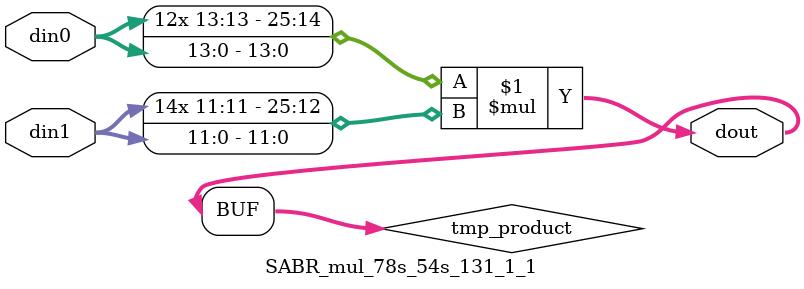
<source format=v>

`timescale 1 ns / 1 ps

 module SABR_mul_78s_54s_131_1_1(din0, din1, dout);
parameter ID = 1;
parameter NUM_STAGE = 0;
parameter din0_WIDTH = 14;
parameter din1_WIDTH = 12;
parameter dout_WIDTH = 26;

input [din0_WIDTH - 1 : 0] din0; 
input [din1_WIDTH - 1 : 0] din1; 
output [dout_WIDTH - 1 : 0] dout;

wire signed [dout_WIDTH - 1 : 0] tmp_product;



























assign tmp_product = $signed(din0) * $signed(din1);








assign dout = tmp_product;





















endmodule

</source>
